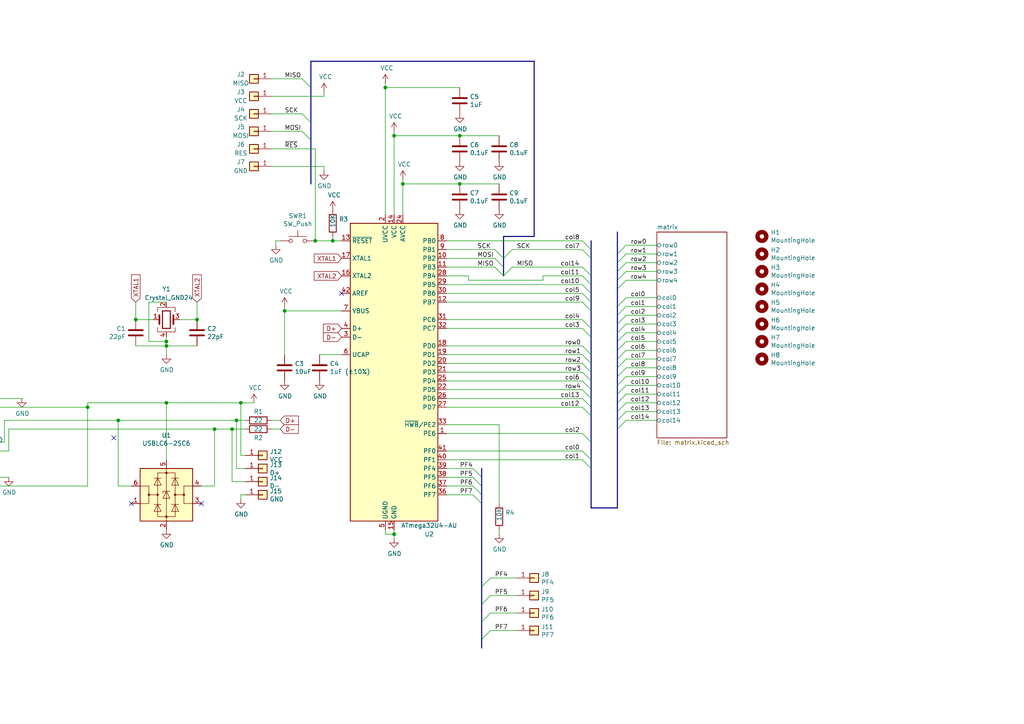
<source format=kicad_sch>
(kicad_sch (version 20211123) (generator eeschema)
  (paper "A4")
  (title_block (title "Arisu") (rev "1.0") (company "Fate"))
  (lib_symbols
    (symbol "Connector_Generic:Conn_01x01" (pin_names (offset 1.016) hide)
      (property "Reference" "J" (at 0 2.54 0))
      (property "Value" "Conn_01x01" (at 0 -2.54 0))
      (symbol "Conn_01x01_1_1"
        (rectangle (start -1.27 0.127) (end 0 -0.127) (stroke (width 0.1524)))
        (rectangle (start -1.27 1.27) (end 1.27 -1.27) (stroke (width 0.254)) (fill (type background)))
        (pin passive line (at -5.08 0 0) (length 3.81) (name "Pin_1") (number "1"))
      )
    )
    (symbol "Device:C" (pin_numbers hide) (pin_names (offset 0.254))
      (property "Reference" "C" (at 0.635 2.54 0))
      (property "Value" "C" (at 0.635 -2.54 0))
      (symbol "C_0_1"
        (polyline (pts (xy -2.032 -0.762) (xy 2.032 -0.762)) (stroke (width 0.508)))
        (polyline (pts (xy -2.032 0.762) (xy 2.032 0.762)) (stroke (width 0.508)))
      )
      (symbol "C_1_1"
        (pin passive line (at 0 3.81 270) (length 2.794) (name "~") (number "1"))
        (pin passive line (at 0 -3.81 90) (length 2.794) (name "~") (number "2"))
      )
    )
    (symbol "Device:Crystal_GND24" (pin_names (offset 1.016) hide)
      (property "Reference" "Y" (at 3.175 5.08 0))
      (property "Value" "Crystal_GND24" (at 3.175 3.175 0))
      (symbol "Crystal_GND24_0_1"
        (rectangle (start -1.143 2.54) (end 1.143 -2.54) (stroke (width 0.3048)))
        (polyline (pts (xy -2.54 0) (xy -2.032 0)))
        (polyline (pts (xy -2.032 -1.27) (xy -2.032 1.27)) (stroke (width 0.508)))
        (polyline (pts (xy 0 -3.81) (xy 0 -3.556)))
        (polyline (pts (xy 0 3.556) (xy 0 3.81)))
        (polyline (pts (xy 2.032 -1.27) (xy 2.032 1.27)) (stroke (width 0.508)))
        (polyline (pts (xy 2.032 0) (xy 2.54 0)))
        (polyline (pts (xy -2.54 -2.286) (xy -2.54 -3.556) (xy 2.54 -3.556) (xy 2.54 -2.286)))
        (polyline (pts (xy -2.54 2.286) (xy -2.54 3.556) (xy 2.54 3.556) (xy 2.54 2.286)))
      )
      (symbol "Crystal_GND24_1_1"
        (pin passive line (at -3.81 0 0) (length 1.27) (name "1") (number "1"))
        (pin passive line (at 0 5.08 270) (length 1.27) (name "2") (number "2"))
        (pin passive line (at 3.81 0 180) (length 1.27) (name "3") (number "3"))
        (pin passive line (at 0 -5.08 90) (length 1.27) (name "4") (number "4"))
      )
    )
    (symbol "Device:R" (pin_numbers hide) (pin_names (offset 0))
      (property "Reference" "R" (at 2.032 0 90))
      (property "Value" "R" (at 0 0 90))
      (symbol "R_0_1"
        (rectangle (start -1.016 -2.54) (end 1.016 2.54) (stroke (width 0.254)))
      )
      (symbol "R_1_1"
        (pin passive line (at 0 3.81 270) (length 1.27) (name "~") (number "1"))
        (pin passive line (at 0 -3.81 90) (length 1.27) (name "~") (number "2"))
      )
    )
    (symbol "MCU_Microchip_ATmega:ATmega32U4-AU"
      (property "Reference" "U" (at -12.7 44.45 0))
      (property "Value" "MCU_Microchip_ATmega_ATmega32U4-AU" (at 2.54 -44.45 0))
      (symbol "ATmega32U4-AU_0_1"
        (rectangle (start -12.7 -43.18) (end 12.7 43.18) (stroke (width 0.254)) (fill (type background)))
      )
      (symbol "ATmega32U4-AU_1_1"
        (pin bidirectional line (at 15.24 -17.78 180) (length 2.54) (name "PE6") (number "1"))
        (pin bidirectional line (at 15.24 33.02 180) (length 2.54) (name "PB2") (number "10"))
        (pin bidirectional line (at 15.24 30.48 180) (length 2.54) (name "PB3") (number "11"))
        (pin bidirectional line (at 15.24 20.32 180) (length 2.54) (name "PB7") (number "12"))
        (pin input line (at -15.24 38.1 0) (length 2.54) (name "~{RESET}") (number "13"))
        (pin power_in line (at 0 45.72 270) (length 2.54) (name "VCC") (number "14"))
        (pin power_in line (at 0 -45.72 90) (length 2.54) (name "GND") (number "15"))
        (pin output line (at -15.24 27.94 0) (length 2.54) (name "XTAL2") (number "16"))
        (pin input line (at -15.24 33.02 0) (length 2.54) (name "XTAL1") (number "17"))
        (pin bidirectional line (at 15.24 7.62 180) (length 2.54) (name "PD0") (number "18"))
        (pin bidirectional line (at 15.24 5.08 180) (length 2.54) (name "PD1") (number "19"))
        (pin power_in line (at -2.54 45.72 270) (length 2.54) (name "UVCC") (number "2"))
        (pin bidirectional line (at 15.24 2.54 180) (length 2.54) (name "PD2") (number "20"))
        (pin bidirectional line (at 15.24 0 180) (length 2.54) (name "PD3") (number "21"))
        (pin bidirectional line (at 15.24 -5.08 180) (length 2.54) (name "PD5") (number "22"))
        (pin passive line (at 0 -45.72 90) (length 2.54) hide (name "GND") (number "23"))
        (pin power_in line (at 2.54 45.72 270) (length 2.54) (name "AVCC") (number "24"))
        (pin bidirectional line (at 15.24 -2.54 180) (length 2.54) (name "PD4") (number "25"))
        (pin bidirectional line (at 15.24 -7.62 180) (length 2.54) (name "PD6") (number "26"))
        (pin bidirectional line (at 15.24 -10.16 180) (length 2.54) (name "PD7") (number "27"))
        (pin bidirectional line (at 15.24 27.94 180) (length 2.54) (name "PB4") (number "28"))
        (pin bidirectional line (at 15.24 25.4 180) (length 2.54) (name "PB5") (number "29"))
        (pin bidirectional line (at -15.24 10.16 0) (length 2.54) (name "D-") (number "3"))
        (pin bidirectional line (at 15.24 22.86 180) (length 2.54) (name "PB6") (number "30"))
        (pin bidirectional line (at 15.24 15.24 180) (length 2.54) (name "PC6") (number "31"))
        (pin bidirectional line (at 15.24 12.7 180) (length 2.54) (name "PC7") (number "32"))
        (pin bidirectional line (at 15.24 -15.24 180) (length 2.54) (name "~{HWB}/PE2") (number "33"))
        (pin passive line (at 0 45.72 270) (length 2.54) hide (name "VCC") (number "34"))
        (pin passive line (at 0 -45.72 90) (length 2.54) hide (name "GND") (number "35"))
        (pin bidirectional line (at 15.24 -35.56 180) (length 2.54) (name "PF7") (number "36"))
        (pin bidirectional line (at 15.24 -33.02 180) (length 2.54) (name "PF6") (number "37"))
        (pin bidirectional line (at 15.24 -30.48 180) (length 2.54) (name "PF5") (number "38"))
        (pin bidirectional line (at 15.24 -27.94 180) (length 2.54) (name "PF4") (number "39"))
        (pin bidirectional line (at -15.24 12.7 0) (length 2.54) (name "D+") (number "4"))
        (pin bidirectional line (at 15.24 -25.4 180) (length 2.54) (name "PF1") (number "40"))
        (pin bidirectional line (at 15.24 -22.86 180) (length 2.54) (name "PF0") (number "41"))
        (pin passive line (at -15.24 22.86 0) (length 2.54) (name "AREF") (number "42"))
        (pin passive line (at 0 -45.72 90) (length 2.54) hide (name "GND") (number "43"))
        (pin passive line (at 2.54 45.72 270) (length 2.54) hide (name "AVCC") (number "44"))
        (pin passive line (at -2.54 -45.72 90) (length 2.54) (name "UGND") (number "5"))
        (pin passive line (at -15.24 5.08 0) (length 2.54) (name "UCAP") (number "6"))
        (pin input line (at -15.24 17.78 0) (length 2.54) (name "VBUS") (number "7"))
        (pin bidirectional line (at 15.24 38.1 180) (length 2.54) (name "PB0") (number "8"))
        (pin bidirectional line (at 15.24 35.56 180) (length 2.54) (name "PB1") (number "9"))
      )
    )
    (symbol "Mechanical:MountingHole" (pin_names (offset 1.016))
      (property "Reference" "H" (at 0 5.08 0))
      (property "Value" "MountingHole" (at 0 3.175 0))
      (symbol "MountingHole_0_1"
        (circle (center 0 0) (radius 1.27) (stroke (width 1.27)))
      )
    )
    (symbol "Power_Protection:USBLC6-2SC6" (pin_names hide)
      (property "Reference" "U" (at 2.54 8.89 0))
      (property "Value" "USBLC6-2SC6" (at 2.54 -8.89 0))
      (symbol "USBLC6-2SC6_0_1"
        (rectangle (start -7.62 -7.62) (end 7.62 7.62) (stroke (width 0.254)) (fill (type background)))
        (circle (center -5.08 0) (radius 0.254) (fill (type outline)))
        (circle (center -2.54 0) (radius 0.254) (fill (type outline)))
        (rectangle (start -2.54 6.35) (end 2.54 -6.35))
        (circle (center 0 -6.35) (radius 0.254) (fill (type outline)))
        (polyline (pts (xy -5.08 -2.54) (xy -7.62 -2.54)))
        (polyline (pts (xy -5.08 0) (xy -5.08 -2.54)))
        (polyline (pts (xy -5.08 2.54) (xy -7.62 2.54)))
        (polyline (pts (xy -1.524 -2.794) (xy -3.556 -2.794)))
        (polyline (pts (xy -1.524 4.826) (xy -3.556 4.826)))
        (polyline (pts (xy 0 -7.62) (xy 0 -6.35)))
        (polyline (pts (xy 0 -6.35) (xy 0 1.27)))
        (polyline (pts (xy 0 1.27) (xy 0 6.35)))
        (polyline (pts (xy 0 6.35) (xy 0 7.62)))
        (polyline (pts (xy 1.524 -2.794) (xy 3.556 -2.794)))
        (polyline (pts (xy 1.524 4.826) (xy 3.556 4.826)))
        (polyline (pts (xy 5.08 -2.54) (xy 7.62 -2.54)))
        (polyline (pts (xy 5.08 0) (xy 5.08 -2.54)))
        (polyline (pts (xy 5.08 2.54) (xy 7.62 2.54)))
        (polyline (pts (xy -2.54 0) (xy -5.08 0) (xy -5.08 2.54)))
        (polyline (pts (xy 2.54 0) (xy 5.08 0) (xy 5.08 2.54)))
        (polyline (pts (xy -3.556 -4.826) (xy -1.524 -4.826) (xy -2.54 -2.794) (xy -3.556 -4.826)))
        (polyline (pts (xy -3.556 2.794) (xy -1.524 2.794) (xy -2.54 4.826) (xy -3.556 2.794)))
        (polyline (pts (xy -1.016 -1.016) (xy 1.016 -1.016) (xy 0 1.016) (xy -1.016 -1.016)))
        (polyline (pts (xy 1.016 1.016) (xy 0.762 1.016) (xy -1.016 1.016) (xy -1.016 0.508)))
        (polyline (pts (xy 3.556 -4.826) (xy 1.524 -4.826) (xy 2.54 -2.794) (xy 3.556 -4.826)))
        (polyline (pts (xy 3.556 2.794) (xy 1.524 2.794) (xy 2.54 4.826) (xy 3.556 2.794)))
        (circle (center 0 6.35) (radius 0.254) (fill (type outline)))
        (circle (center 2.54 0) (radius 0.254) (fill (type outline)))
        (circle (center 5.08 0) (radius 0.254) (fill (type outline)))
      )
      (symbol "USBLC6-2SC6_1_1"
        (pin passive line (at -10.16 -2.54 0) (length 2.54) (name "I/O1") (number "1"))
        (pin passive line (at 0 -10.16 90) (length 2.54) (name "GND") (number "2"))
        (pin passive line (at 10.16 -2.54 180) (length 2.54) (name "I/O2") (number "3"))
        (pin passive line (at 10.16 2.54 180) (length 2.54) (name "I/O2") (number "4"))
        (pin passive line (at 0 10.16 270) (length 2.54) (name "VBUS") (number "5"))
        (pin passive line (at -10.16 2.54 0) (length 2.54) (name "I/O1") (number "6"))
      )
    )
    (symbol "Switch:SW_Push" (pin_numbers hide) (pin_names (offset 1.016) hide)
      (property "Reference" "SW" (at 1.27 2.54 0))
      (property "Value" "SW_Push" (at 0 -1.524 0))
      (symbol "SW_Push_0_1"
        (circle (center -2.032 0) (radius 0.508))
        (polyline (pts (xy 0 1.27) (xy 0 3.048)))
        (polyline (pts (xy 2.54 1.27) (xy -2.54 1.27)))
        (circle (center 2.032 0) (radius 0.508))
        (pin passive line (at -5.08 0 0) (length 2.54) (name "1") (number "1"))
        (pin passive line (at 5.08 0 180) (length 2.54) (name "2") (number "2"))
      )
    )
    (symbol "Type-C:HRO-TYPE-C-31-M-12" (pin_names (offset 1.016))
      (property "Reference" "USB" (at -5.08 16.51 0))
      (property "Value" "HRO-TYPE-C-31-M-12" (at -10.16 -1.27 90))
      (symbol "HRO-TYPE-C-31-M-12_0_1"
        (rectangle (start -11.43 15.24) (end -8.89 -17.78) (fill (type background)))
        (rectangle (start 0 -17.78) (end -8.89 15.24) (fill (type background)))
      )
      (symbol "HRO-TYPE-C-31-M-12_1_1"
        (pin input line (at 2.54 13.97 180) (length 2.54) (name "GND") (number "1"))
        (pin input line (at 2.54 -8.89 180) (length 2.54) (name "CC2") (number "10"))
        (pin input line (at 2.54 -11.43 180) (length 2.54) (name "VBUS") (number "11"))
        (pin input line (at 2.54 -13.97 180) (length 2.54) (name "GND") (number "12"))
        (pin input line (at 2.54 -16.51 180) (length 2.54) (name "SHIELD") (number "13"))
        (pin input line (at 2.54 11.43 180) (length 2.54) (name "VBUS") (number "2"))
        (pin input line (at 2.54 8.89 180) (length 2.54) (name "SBU2") (number "3"))
        (pin input line (at 2.54 6.35 180) (length 2.54) (name "CC1") (number "4"))
        (pin input line (at 2.54 3.81 180) (length 2.54) (name "DN2") (number "5"))
        (pin input line (at 2.54 1.27 180) (length 2.54) (name "DP1") (number "6"))
        (pin input line (at 2.54 -1.27 180) (length 2.54) (name "DN1") (number "7"))
        (pin input line (at 2.54 -3.81 180) (length 2.54) (name "DP2") (number "8"))
        (pin input line (at 2.54 -6.35 180) (length 2.54) (name "SBU1") (number "9"))
      )
    )
    (symbol "power:GND" (power) (pin_names (offset 0))
      (property "Value" "GND" (at 0 -3.81 0))
      (symbol "GND_0_1"
        (polyline (pts (xy 0 0) (xy 0 -1.27) (xy 1.27 -1.27) (xy 0 -2.54) (xy -1.27 -1.27) (xy 0 -1.27)))
      )
      (symbol "GND_1_1"
        (pin power_in line (at 0 0 270) (length 0) hide (name "GND") (number "1"))
      )
    )
    (symbol "power:VCC" (power) (pin_names (offset 0))
      (property "Value" "VCC" (at 0 3.81 0))
      (symbol "VCC_0_1"
        (polyline (pts (xy -0.762 1.27) (xy 0 2.54)))
        (polyline (pts (xy 0 0) (xy 0 2.54)))
        (polyline (pts (xy 0 2.54) (xy 0.762 1.27)))
      )
      (symbol "VCC_1_1"
        (pin power_in line (at 0 0 90) (length 0) hide (name "VCC") (number "1"))
      )
    )
  )
  (junction (at 48.26 100.33))
  (junction (at -3.81 148.59))
  (junction (at 48.26 99.06))
  (junction (at 96.52 69.85))
  (junction (at 57.15 92.71))
  (junction (at 48.26 116.84))
  (junction (at -1.27 128.27))
  (junction (at -6.35 130.81))
  (junction (at 133.35 53.34))
  (junction (at 91.44 69.85))
  (junction (at 62.23 124.46))
  (junction (at 68.58 121.92))
  (junction (at 133.35 39.37))
  (junction (at 82.55 90.17))
  (junction (at 111.76 25.4))
  (junction (at 67.31 124.46))
  (junction (at 69.85 116.84))
  (junction (at 114.3 39.37))
  (junction (at 34.29 121.92))
  (junction (at 39.37 92.71))
  (junction (at 116.84 53.34))
  (junction (at 114.3 154.94))
  (junction (at 25.4 118.11))
  (no_connect (at 58.42 146.05))
  (no_connect (at 33.02 127))
  (no_connect (at 99.06 85.09))
  (no_connect (at 38.1 146.05))
  (bus_entry (at 168.91 105.41) (size 2.54 2.54))
  (bus_entry (at 168.91 72.39) (size 2.54 2.54))
  (bus_entry (at 168.91 118.11) (size 2.54 2.54))
  (bus_entry (at 168.91 102.87) (size 2.54 2.54))
  (bus_entry (at 179.07 124.46) (size 2.54 -2.54))
  (bus_entry (at 168.91 69.85) (size 2.54 2.54))
  (bus_entry (at 168.91 85.09) (size 2.54 2.54))
  (bus_entry (at 137.16 140.97) (size 2.54 2.54))
  (bus_entry (at 139.7 180.34) (size 2.54 -2.54))
  (bus_entry (at 179.07 101.6) (size 2.54 -2.54))
  (bus_entry (at 168.91 100.33) (size 2.54 2.54))
  (bus_entry (at 143.51 74.93) (size 2.54 2.54))
  (bus_entry (at 179.07 81.28) (size 2.54 -2.54))
  (bus_entry (at 168.91 80.01) (size 2.54 2.54))
  (bus_entry (at 168.91 125.73) (size 2.54 2.54))
  (bus_entry (at 139.7 175.26) (size 2.54 -2.54))
  (bus_entry (at 179.07 78.74) (size 2.54 -2.54))
  (bus_entry (at 179.07 119.38) (size 2.54 -2.54))
  (bus_entry (at 139.7 185.42) (size 2.54 -2.54))
  (bus_entry (at 168.91 77.47) (size 2.54 2.54))
  (bus_entry (at 168.91 87.63) (size 2.54 2.54))
  (bus_entry (at 146.05 80.01) (size 2.54 -2.54))
  (bus_entry (at 87.63 38.1) (size 2.54 2.54))
  (bus_entry (at 87.63 22.86) (size 2.54 2.54))
  (bus_entry (at 168.91 110.49) (size 2.54 2.54))
  (bus_entry (at 139.7 170.18) (size 2.54 -2.54))
  (bus_entry (at 179.07 111.76) (size 2.54 -2.54))
  (bus_entry (at 179.07 104.14) (size 2.54 -2.54))
  (bus_entry (at 179.07 96.52) (size 2.54 -2.54))
  (bus_entry (at 179.07 88.9) (size 2.54 -2.54))
  (bus_entry (at 179.07 116.84) (size 2.54 -2.54))
  (bus_entry (at 179.07 99.06) (size 2.54 -2.54))
  (bus_entry (at 143.51 77.47) (size 2.54 2.54))
  (bus_entry (at 179.07 76.2) (size 2.54 -2.54))
  (bus_entry (at 137.16 138.43) (size 2.54 2.54))
  (bus_entry (at 179.07 91.44) (size 2.54 -2.54))
  (bus_entry (at 179.07 83.82) (size 2.54 -2.54))
  (bus_entry (at 146.05 74.93) (size 2.54 -2.54))
  (bus_entry (at 168.91 130.81) (size 2.54 2.54))
  (bus_entry (at 168.91 95.25) (size 2.54 2.54))
  (bus_entry (at 168.91 92.71) (size 2.54 2.54))
  (bus_entry (at 137.16 135.89) (size 2.54 2.54))
  (bus_entry (at 179.07 93.98) (size 2.54 -2.54))
  (bus_entry (at 168.91 133.35) (size 2.54 2.54))
  (bus_entry (at 143.51 72.39) (size 2.54 2.54))
  (bus_entry (at 168.91 115.57) (size 2.54 2.54))
  (bus_entry (at 168.91 107.95) (size 2.54 2.54))
  (bus_entry (at 168.91 82.55) (size 2.54 2.54))
  (bus_entry (at 179.07 73.66) (size 2.54 -2.54))
  (bus_entry (at 168.91 113.03) (size 2.54 2.54))
  (bus_entry (at 179.07 121.92) (size 2.54 -2.54))
  (bus_entry (at 179.07 106.68) (size 2.54 -2.54))
  (bus_entry (at 87.63 33.02) (size 2.54 2.54))
  (bus_entry (at 137.16 143.51) (size 2.54 2.54))
  (bus_entry (at 179.07 114.3) (size 2.54 -2.54))
  (bus_entry (at 179.07 109.22) (size 2.54 -2.54))
  (bus (pts (xy 179.07 78.74) (xy 179.07 81.28)))
  (wire (pts (xy 48.26 102.87) (xy 48.26 100.33)))
  (wire (pts (xy 129.54 118.11) (xy 168.91 118.11)))
  (wire (pts (xy 181.61 91.44) (xy 190.5 91.44)))
  (wire (pts (xy 68.58 135.89) (xy 68.58 121.92)))
  (wire (pts (xy 129.54 140.97) (xy 137.16 140.97)))
  (bus (pts (xy 139.7 170.18) (xy 139.7 175.26)))
  (wire (pts (xy 1.27 121.92) (xy 34.29 121.92)))
  (wire (pts (xy 129.54 87.63) (xy 168.91 87.63)))
  (wire (pts (xy 148.59 77.47) (xy 168.91 77.47)))
  (bus (pts (xy 171.45 69.85) (xy 171.45 72.39)))
  (wire (pts (xy 181.61 88.9) (xy 190.5 88.9)))
  (wire (pts (xy 181.61 81.28) (xy 190.5 81.28)))
  (bus (pts (xy 139.7 180.34) (xy 139.7 185.42)))
  (wire (pts (xy 129.54 130.81) (xy 168.91 130.81)))
  (wire (pts (xy 25.4 140.97) (xy 25.4 118.11)))
  (wire (pts (xy 48.26 99.06) (xy 48.26 97.79)))
  (wire (pts (xy 116.84 53.34) (xy 116.84 62.23)))
  (wire (pts (xy 78.74 43.18) (xy 91.44 43.18)))
  (wire (pts (xy 181.61 96.52) (xy 190.5 96.52)))
  (bus (pts (xy 171.45 115.57) (xy 171.45 118.11)))
  (bus (pts (xy 171.45 87.63) (xy 171.45 90.17)))
  (wire (pts (xy 71.12 135.89) (xy 68.58 135.89)))
  (wire (pts (xy 80.01 69.85) (xy 80.01 71.12)))
  (wire (pts (xy 48.26 87.63) (xy 43.18 87.63)))
  (wire (pts (xy 181.61 104.14) (xy 190.5 104.14)))
  (wire (pts (xy 71.12 132.08) (xy 69.85 132.08)))
  (bus (pts (xy 90.17 17.78) (xy 90.17 25.4)))
  (wire (pts (xy 129.54 85.09) (xy 168.91 85.09)))
  (wire (pts (xy 142.24 177.8) (xy 149.86 177.8)))
  (wire (pts (xy 25.4 118.11) (xy -8.89 118.11)))
  (bus (pts (xy 171.45 102.87) (xy 171.45 105.41)))
  (wire (pts (xy 69.85 143.51) (xy 69.85 144.78)))
  (wire (pts (xy 39.37 92.71) (xy 44.45 92.71)))
  (wire (pts (xy 114.3 39.37) (xy 114.3 62.23)))
  (wire (pts (xy 91.44 69.85) (xy 96.52 69.85)))
  (bus (pts (xy 179.07 106.68) (xy 179.07 109.22)))
  (bus (pts (xy 179.07 119.38) (xy 179.07 121.92)))
  (wire (pts (xy -6.35 130.81) (xy 2.54 130.81)))
  (wire (pts (xy -8.89 125.73) (xy -6.35 125.73)))
  (bus (pts (xy 179.07 101.6) (xy 179.07 104.14)))
  (wire (pts (xy 82.55 90.17) (xy 82.55 102.87)))
  (wire (pts (xy -1.27 138.43) (xy 2.54 138.43)))
  (wire (pts (xy 96.52 68.58) (xy 96.52 69.85)))
  (wire (pts (xy 144.78 123.19) (xy 144.78 146.05)))
  (bus (pts (xy 146.05 74.93) (xy 146.05 77.47)))
  (wire (pts (xy 129.54 102.87) (xy 168.91 102.87)))
  (bus (pts (xy 171.45 72.39) (xy 171.45 74.93)))
  (wire (pts (xy -8.89 146.05) (xy -6.35 146.05)))
  (bus (pts (xy 171.45 110.49) (xy 171.45 113.03)))
  (wire (pts (xy 142.24 172.72) (xy 149.86 172.72)))
  (bus (pts (xy 171.45 80.01) (xy 171.45 82.55)))
  (wire (pts (xy 181.61 101.6) (xy 190.5 101.6)))
  (wire (pts (xy 111.76 24.13) (xy 111.76 25.4)))
  (bus (pts (xy 171.45 105.41) (xy 171.45 107.95)))
  (wire (pts (xy 39.37 100.33) (xy 48.26 100.33)))
  (wire (pts (xy 181.61 76.2) (xy 190.5 76.2)))
  (wire (pts (xy 34.29 140.97) (xy 34.29 121.92)))
  (wire (pts (xy -8.89 130.81) (xy -6.35 130.81)))
  (wire (pts (xy 78.74 124.46) (xy 81.28 124.46)))
  (wire (pts (xy -6.35 125.73) (xy -6.35 130.81)))
  (wire (pts (xy 93.98 27.94) (xy 93.98 26.67)))
  (wire (pts (xy 78.74 33.02) (xy 87.63 33.02)))
  (wire (pts (xy 111.76 25.4) (xy 111.76 62.23)))
  (wire (pts (xy 99.06 90.17) (xy 82.55 90.17)))
  (bus (pts (xy 179.07 96.52) (xy 179.07 99.06)))
  (wire (pts (xy 133.35 39.37) (xy 144.78 39.37)))
  (wire (pts (xy 78.74 22.86) (xy 87.63 22.86)))
  (wire (pts (xy 2.54 124.46) (xy 62.23 124.46)))
  (wire (pts (xy 190.5 71.12) (xy 181.61 71.12)))
  (bus (pts (xy 179.07 121.92) (xy 179.07 124.46)))
  (bus (pts (xy 146.05 68.58) (xy 146.05 74.93)))
  (wire (pts (xy 78.74 48.26) (xy 93.98 48.26)))
  (wire (pts (xy 129.54 125.73) (xy 168.91 125.73)))
  (wire (pts (xy 129.54 92.71) (xy 168.91 92.71)))
  (wire (pts (xy 57.15 100.33) (xy 48.26 100.33)))
  (bus (pts (xy 179.07 109.22) (xy 179.07 111.76)))
  (wire (pts (xy 67.31 124.46) (xy 71.12 124.46)))
  (wire (pts (xy 62.23 124.46) (xy 67.31 124.46)))
  (bus (pts (xy 139.7 135.89) (xy 139.7 138.43)))
  (wire (pts (xy 181.61 119.38) (xy 190.5 119.38)))
  (wire (pts (xy 2.54 130.81) (xy 2.54 124.46)))
  (wire (pts (xy 114.3 154.94) (xy 114.3 156.21)))
  (bus (pts (xy 179.07 91.44) (xy 179.07 93.98)))
  (bus (pts (xy 171.45 97.79) (xy 171.45 102.87)))
  (wire (pts (xy 129.54 135.89) (xy 137.16 135.89)))
  (wire (pts (xy 78.74 121.92) (xy 81.28 121.92)))
  (wire (pts (xy 133.35 53.34) (xy 144.78 53.34)))
  (bus (pts (xy 179.07 73.66) (xy 179.07 76.2)))
  (wire (pts (xy 129.54 143.51) (xy 137.16 143.51)))
  (bus (pts (xy 179.07 124.46) (xy 179.07 147.32)))
  (wire (pts (xy -3.81 148.59) (xy -3.81 149.86)))
  (bus (pts (xy 171.45 128.27) (xy 171.45 133.35)))
  (bus (pts (xy 139.7 138.43) (xy 139.7 140.97)))
  (wire (pts (xy 129.54 69.85) (xy 168.91 69.85)))
  (wire (pts (xy 129.54 107.95) (xy 168.91 107.95)))
  (wire (pts (xy 81.28 69.85) (xy 80.01 69.85)))
  (wire (pts (xy -1.27 128.27) (xy -8.89 128.27)))
  (wire (pts (xy 116.84 53.34) (xy 133.35 53.34)))
  (bus (pts (xy 179.07 76.2) (xy 179.07 78.74)))
  (wire (pts (xy -6.35 146.05) (xy -6.35 148.59)))
  (bus (pts (xy 171.45 135.89) (xy 171.45 147.32)))
  (bus (pts (xy 171.45 107.95) (xy 171.45 110.49)))
  (bus (pts (xy 146.05 77.47) (xy 146.05 80.01)))
  (wire (pts (xy 68.58 121.92) (xy 71.12 121.92)))
  (wire (pts (xy 34.29 121.92) (xy 68.58 121.92)))
  (wire (pts (xy 52.07 92.71) (xy 57.15 92.71)))
  (wire (pts (xy 57.15 92.71) (xy 57.15 87.63)))
  (wire (pts (xy 135.89 80.01) (xy 135.89 81.28)))
  (wire (pts (xy -6.35 148.59) (xy -3.81 148.59)))
  (wire (pts (xy 129.54 82.55) (xy 168.91 82.55)))
  (wire (pts (xy 133.35 25.4) (xy 111.76 25.4)))
  (wire (pts (xy -8.89 140.97) (xy 25.4 140.97)))
  (wire (pts (xy 116.84 52.07) (xy 116.84 53.34)))
  (bus (pts (xy 139.7 140.97) (xy 139.7 143.51)))
  (bus (pts (xy 171.45 85.09) (xy 171.45 87.63)))
  (bus (pts (xy 146.05 68.58) (xy 154.94 68.58)))
  (wire (pts (xy 73.66 116.84) (xy 69.85 116.84)))
  (wire (pts (xy 190.5 73.66) (xy 181.61 73.66)))
  (bus (pts (xy 154.94 17.78) (xy 154.94 68.58)))
  (wire (pts (xy 142.24 182.88) (xy 149.86 182.88)))
  (wire (pts (xy 111.76 153.67) (xy 111.76 154.94)))
  (bus (pts (xy 139.7 143.51) (xy 139.7 146.05)))
  (wire (pts (xy 181.61 116.84) (xy 190.5 116.84)))
  (bus (pts (xy 179.07 88.9) (xy 179.07 91.44)))
  (wire (pts (xy 48.26 100.33) (xy 48.26 99.06)))
  (wire (pts (xy -8.89 143.51) (xy -3.81 143.51)))
  (bus (pts (xy 139.7 185.42) (xy 139.7 187.96)))
  (wire (pts (xy 78.74 27.94) (xy 93.98 27.94)))
  (bus (pts (xy 171.45 118.11) (xy 171.45 120.65)))
  (bus (pts (xy 90.17 40.64) (xy 90.17 53.34)))
  (wire (pts (xy 67.31 139.7) (xy 67.31 124.46)))
  (bus (pts (xy 179.07 83.82) (xy 179.07 88.9)))
  (bus (pts (xy 171.45 133.35) (xy 171.45 135.89)))
  (wire (pts (xy 91.44 43.18) (xy 91.44 69.85)))
  (wire (pts (xy 69.85 132.08) (xy 69.85 116.84)))
  (wire (pts (xy 71.12 143.51) (xy 69.85 143.51)))
  (wire (pts (xy 43.18 87.63) (xy 43.18 99.06)))
  (wire (pts (xy -3.81 143.51) (xy -3.81 148.59)))
  (wire (pts (xy 181.61 106.68) (xy 190.5 106.68)))
  (wire (pts (xy 181.61 93.98) (xy 190.5 93.98)))
  (wire (pts (xy 96.52 69.85) (xy 99.06 69.85)))
  (wire (pts (xy -1.27 128.27) (xy 1.27 128.27)))
  (wire (pts (xy 129.54 105.41) (xy 168.91 105.41)))
  (wire (pts (xy 1.27 128.27) (xy 1.27 121.92)))
  (wire (pts (xy 129.54 80.01) (xy 135.89 80.01)))
  (wire (pts (xy 111.76 154.94) (xy 114.3 154.94)))
  (wire (pts (xy 129.54 115.57) (xy 168.91 115.57)))
  (bus (pts (xy 171.45 120.65) (xy 171.45 128.27)))
  (bus (pts (xy 179.07 67.31) (xy 179.07 73.66)))
  (bus (pts (xy 90.17 35.56) (xy 90.17 40.64)))
  (wire (pts (xy -8.89 115.57) (xy 6.35 115.57)))
  (bus (pts (xy 139.7 175.26) (xy 139.7 180.34)))
  (wire (pts (xy 148.59 72.39) (xy 168.91 72.39)))
  (wire (pts (xy 129.54 123.19) (xy 144.78 123.19)))
  (bus (pts (xy 171.45 95.25) (xy 171.45 97.79)))
  (wire (pts (xy 93.98 48.26) (xy 93.98 49.53)))
  (wire (pts (xy 181.61 109.22) (xy 190.5 109.22)))
  (wire (pts (xy 181.61 99.06) (xy 190.5 99.06)))
  (wire (pts (xy 62.23 140.97) (xy 62.23 124.46)))
  (wire (pts (xy 82.55 90.17) (xy 82.55 88.9)))
  (wire (pts (xy 129.54 110.49) (xy 168.91 110.49)))
  (wire (pts (xy 58.42 140.97) (xy 62.23 140.97)))
  (bus (pts (xy 179.07 116.84) (xy 179.07 119.38)))
  (wire (pts (xy 181.61 78.74) (xy 190.5 78.74)))
  (wire (pts (xy 181.61 114.3) (xy 190.5 114.3)))
  (wire (pts (xy 25.4 116.84) (xy 48.26 116.84)))
  (wire (pts (xy 129.54 100.33) (xy 168.91 100.33)))
  (wire (pts (xy 181.61 121.92) (xy 190.5 121.92)))
  (wire (pts (xy 39.37 92.71) (xy 39.37 87.63)))
  (wire (pts (xy -1.27 133.35) (xy -1.27 128.27)))
  (bus (pts (xy 139.7 146.05) (xy 139.7 170.18)))
  (wire (pts (xy 129.54 77.47) (xy 143.51 77.47)))
  (wire (pts (xy 181.61 86.36) (xy 190.5 86.36)))
  (wire (pts (xy 168.91 80.01) (xy 157.48 80.01)))
  (bus (pts (xy 179.07 81.28) (xy 179.07 83.82)))
  (bus (pts (xy 179.07 104.14) (xy 179.07 106.68)))
  (wire (pts (xy 142.24 167.64) (xy 149.86 167.64)))
  (bus (pts (xy 171.45 82.55) (xy 171.45 85.09)))
  (wire (pts (xy 129.54 95.25) (xy 168.91 95.25)))
  (bus (pts (xy 179.07 111.76) (xy 179.07 114.3)))
  (wire (pts (xy 34.29 140.97) (xy 38.1 140.97)))
  (bus (pts (xy 90.17 17.78) (xy 154.94 17.78)))
  (wire (pts (xy 114.3 153.67) (xy 114.3 154.94)))
  (wire (pts (xy 114.3 38.1) (xy 114.3 39.37)))
  (wire (pts (xy 114.3 39.37) (xy 133.35 39.37)))
  (wire (pts (xy 135.89 81.28) (xy 157.48 81.28)))
  (bus (pts (xy 171.45 74.93) (xy 171.45 80.01)))
  (wire (pts (xy -8.89 133.35) (xy -1.27 133.35)))
  (wire (pts (xy 92.71 102.87) (xy 99.06 102.87)))
  (wire (pts (xy 48.26 133.35) (xy 48.26 116.84)))
  (bus (pts (xy 179.07 99.06) (xy 179.07 101.6)))
  (wire (pts (xy 143.51 72.39) (xy 129.54 72.39)))
  (wire (pts (xy 71.12 139.7) (xy 67.31 139.7)))
  (wire (pts (xy 78.74 38.1) (xy 87.63 38.1)))
  (wire (pts (xy 129.54 133.35) (xy 168.91 133.35)))
  (bus (pts (xy 90.17 25.4) (xy 90.17 35.56)))
  (bus (pts (xy 179.07 93.98) (xy 179.07 96.52)))
  (wire (pts (xy 43.18 99.06) (xy 48.26 99.06)))
  (bus (pts (xy 171.45 90.17) (xy 171.45 95.25)))
  (bus (pts (xy 179.07 114.3) (xy 179.07 116.84)))
  (wire (pts (xy 129.54 138.43) (xy 137.16 138.43)))
  (bus (pts (xy 171.45 147.32) (xy 179.07 147.32)))
  (wire (pts (xy 129.54 74.93) (xy 143.51 74.93)))
  (wire (pts (xy 129.54 113.03) (xy 168.91 113.03)))
  (wire (pts (xy 25.4 118.11) (xy 25.4 116.84)))
  (wire (pts (xy 144.78 154.94) (xy 144.78 153.67)))
  (wire (pts (xy 157.48 80.01) (xy 157.48 81.28)))
  (wire (pts (xy 181.61 111.76) (xy 190.5 111.76)))
  (bus (pts (xy 171.45 113.03) (xy 171.45 115.57)))
  (wire (pts (xy 48.26 116.84) (xy 69.85 116.84)))
  (label "PF7" (at 143.51 182.88 0))
  (label "col11" (at 162.56 80.01 0))
  (label "PF4" (at 143.51 167.64 0))
  (label "col10" (at 162.56 82.55 0))
  (label "col13" (at 182.88 119.38 0))
  (label "col12" (at 182.88 116.84 0))
  (label "PF5" (at 143.51 172.72 0))
  (label "row2" (at 163.83 105.41 0))
  (label "col7" (at 182.88 104.14 0))
  (label "MISO" (at 138.43 77.47 0))
  (label "col13" (at 162.56 115.57 0))
  (label "col5" (at 163.83 85.09 0))
  (label "col0" (at 182.88 86.36 0))
  (label "col7" (at 163.83 72.39 0))
  (label "MOSI" (at 138.43 74.93 0))
  (label "MISO" (at 82.55 22.86 0))
  (label "row1" (at 182.88 73.66 0))
  (label "col11" (at 182.88 114.3 0))
  (label "col4" (at 182.88 96.52 0))
  (label "row4" (at 182.88 81.28 0))
  (label "PF6" (at 133.35 140.97 0))
  (label "PF7" (at 133.35 143.51 0))
  (label "row0" (at 163.83 100.33 0))
  (label "row0" (at 182.88 71.12 0))
  (label "col10" (at 182.88 111.76 0))
  (label "col8" (at 163.83 69.85 0))
  (label "row2" (at 182.88 76.2 0))
  (label "col2" (at 163.83 125.73 0))
  (label "col0" (at 163.83 130.81 0))
  (label "MOSI" (at 82.55 38.1 0))
  (label "row3" (at 182.88 78.74 0))
  (label "PF4" (at 133.35 135.89 0))
  (label "col2" (at 182.88 91.44 0))
  (label "row1" (at 163.83 102.87 0))
  (label "col3" (at 163.83 95.25 0))
  (label "col14" (at 182.88 121.92 0))
  (label "PF6" (at 143.51 177.8 0))
  (label "col5" (at 182.88 99.06 0))
  (label "col1" (at 182.88 88.9 0))
  (label "~{RES}" (at 82.55 43.18 0))
  (label "col6" (at 163.83 110.49 0))
  (label "SCK" (at 82.55 33.02 0))
  (label "col14" (at 162.56 77.47 0))
  (label "col8" (at 182.88 106.68 0))
  (label "MISO" (at 149.86 77.47 0))
  (label "col3" (at 182.88 93.98 0))
  (label "row4" (at 163.83 113.03 0))
  (label "col12" (at 162.56 118.11 0))
  (label "col6" (at 182.88 101.6 0))
  (label "col1" (at 163.83 133.35 0))
  (label "col9" (at 163.83 87.63 0))
  (label "SCK" (at 138.43 72.39 0))
  (label "PF5" (at 133.35 138.43 0))
  (label "col9" (at 182.88 109.22 0))
  (label "col4" (at 163.83 92.71 0))
  (label "SCK" (at 149.86 72.39 0))
  (label "row3" (at 163.83 107.95 0))
  (global_label "XTAL2" (shape input) (at 99.06 80.01 180) (property "Intersheet References" "${INTERSHEET_REFS}" (effects hide)))
  (global_label "D+" (shape input) (at 99.06 95.25 180) (property "Intersheet References" "${INTERSHEET_REFS}" (effects hide)))
  (global_label "XTAL1" (shape input) (at 99.06 74.93 180) (property "Intersheet References" "${INTERSHEET_REFS}" (effects hide)))
  (global_label "XTAL1" (shape input) (at 39.37 87.63 90) (property "Intersheet References" "${INTERSHEET_REFS}" (effects hide)))
  (global_label "D+" (shape input) (at 81.28 121.92 0) (property "Intersheet References" "${INTERSHEET_REFS}" (effects hide)))
  (global_label "XTAL2" (shape input) (at 57.15 87.63 90) (property "Intersheet References" "${INTERSHEET_REFS}" (effects hide)))
  (global_label "D-" (shape input) (at 99.06 97.79 180) (property "Intersheet References" "${INTERSHEET_REFS}" (effects hide)))
  (global_label "D-" (shape input) (at 81.28 124.46 0) (property "Intersheet References" "${INTERSHEET_REFS}" (effects hide)))
  (symbol (lib_id "MCU_Microchip_ATmega:ATmega32U4-AU") (at 114.3 107.95 0) (unit 1)
    (property "Reference" "U2" (at 124.46 154.94 0))
    (property "Value" "ATmega32U4-AU" (at 124.46 152.4 0))
    (property "Footprint" "Housings_QFP:TQFP-44_10x10mm_Pitch0.8mm" (effects hide))
    (property "Datasheet" "http://ww1.microchip.com/downloads/en/DeviceDoc/Atmel-7766-8-bit-AVR-ATmega16U4-32U4_Datasheet.pdf" (effects hide))
  )
  (symbol (lib_id "Power_Protection:USBLC6-2SC6") (at 48.26 143.51 0) (unit 1)
    (property "Reference" "U1" (at 48.26 126.2888 0))
    (property "Value" "USBLC6-2SC6" (at 48.26 128.6002 0))
    (property "Footprint" "TO_SOT_Packages_SMD:SOT-23-6_Handsoldering" (effects hide))
    (property "Datasheet" "http://www2.st.com/resource/en/datasheet/CD00050750.pdf" (effects hide))
  )
  (symbol (lib_id "Device:R") (at 74.93 121.92 270) (unit 1)
    (property "Reference" "R1" (at 74.93 119.38 90))
    (property "Value" "22" (at 74.93 121.92 90))
    (property "Footprint" "Resistors_SMD:R_0805_HandSoldering" (effects hide))
  )
  (symbol (lib_id "Device:R") (at 74.93 124.46 270) (unit 1)
    (property "Reference" "R2" (at 74.93 127 90))
    (property "Value" "22" (at 74.93 124.46 90))
    (property "Footprint" "Resistors_SMD:R_0805_HandSoldering" (effects hide))
  )
  (symbol (lib_id "power:VCC") (at 73.66 116.84 0) (unit 1)
    (property "Reference" "#PWR0101" (effects hide))
    (property "Value" "VCC" (at 74.0918 112.4458 0))
  )
  (symbol (lib_id "power:GND") (at -3.81 149.86 0) (unit 1)
    (property "Reference" "#PWR0102" (effects hide))
    (property "Value" "GND" (at -3.683 154.2542 0))
  )
  (symbol (lib_id "power:GND") (at 48.26 153.67 0) (unit 1)
    (property "Reference" "#PWR0103" (effects hide))
    (property "Value" "GND" (at 48.387 158.0642 0))
  )
  (symbol (lib_id "Device:C") (at 92.71 106.68 0) (unit 1)
    (property "Reference" "C4" (at 95.631 105.5116 0) (effects (justify left)))
    (property "Value" "1uF (±10%)" (at 95.631 107.823 0) (effects (justify left)))
    (property "Footprint" "Capacitors_SMD:C_0805_HandSoldering" (effects hide))
  )
  (symbol (lib_id "power:GND") (at 92.71 110.49 0) (unit 1)
    (property "Reference" "#PWR0104" (effects hide))
    (property "Value" "GND" (at 92.837 114.8842 0))
  )
  (symbol (lib_id "Device:Crystal_GND24") (at 48.26 92.71 0) (unit 1)
    (property "Reference" "Y1" (at 46.99 83.82 0) (effects (justify left)))
    (property "Value" "Crystal_GND24" (at 41.91 86.36 0) (effects (justify left)))
    (property "Footprint" "Crystals:Crystal_SMD_SeikoEpson_FA238-4pin_3.2x2.5mm_HandSoldering" (effects hide))
  )
  (symbol (lib_id "Device:C") (at 39.37 96.52 0) (mirror x) (unit 1)
    (property "Reference" "C1" (at 36.4744 95.3516 0) (effects (justify right)))
    (property "Value" "22pF" (at 36.4744 97.663 0) (effects (justify right)))
    (property "Footprint" "Capacitors_SMD:C_0805_HandSoldering" (effects hide))
  )
  (symbol (lib_id "Device:C") (at 57.15 96.52 0) (unit 1)
    (property "Reference" "C2" (at 60.071 95.3516 0) (effects (justify left)))
    (property "Value" "22pF" (at 60.071 97.663 0) (effects (justify left)))
    (property "Footprint" "Capacitors_SMD:C_0805_HandSoldering" (effects hide))
  )
  (symbol (lib_id "power:GND") (at 48.26 102.87 0) (unit 1)
    (property "Reference" "#PWR0105" (effects hide))
    (property "Value" "GND" (at 48.387 107.2642 0))
  )
  (symbol (lib_id "power:VCC") (at 82.55 88.9 0) (unit 1)
    (property "Reference" "#PWR0106" (effects hide))
    (property "Value" "VCC" (at 82.9818 84.5058 0))
  )
  (symbol (lib_id "Device:C") (at 82.55 106.68 0) (unit 1)
    (property "Reference" "C3" (at 85.471 105.5116 0) (effects (justify left)))
    (property "Value" "10uF" (at 85.471 107.823 0) (effects (justify left)))
    (property "Footprint" "Capacitors_SMD:C_0805_HandSoldering" (effects hide))
  )
  (symbol (lib_id "power:GND") (at 82.55 110.49 0) (unit 1)
    (property "Reference" "#PWR0107" (effects hide))
    (property "Value" "GND" (at 82.677 114.8842 0))
  )
  (symbol (lib_id "Switch:SW_Push") (at 86.36 69.85 0) (unit 1)
    (property "Reference" "SWR1" (at 86.36 62.611 0))
    (property "Value" "SW_Push" (at 86.36 64.9224 0))
    (property "Footprint" "Buttons_Switches_SMD:SW_SPST_TL3342" (effects hide))
  )
  (symbol (lib_id "power:GND") (at 80.01 71.12 0) (unit 1)
    (property "Reference" "#PWR0108" (effects hide))
    (property "Value" "GND" (at 80.137 75.5142 0))
  )
  (symbol (lib_id "Device:R") (at 96.52 64.77 0) (unit 1)
    (property "Reference" "R3" (at 98.298 63.6016 0) (effects (justify left)))
    (property "Value" "10K" (at 96.52 66.04 90) (effects (justify left)))
    (property "Footprint" "Resistors_SMD:R_0805_HandSoldering" (effects hide))
  )
  (symbol (lib_id "power:VCC") (at 96.52 60.96 0) (unit 1)
    (property "Reference" "#PWR0109" (effects hide))
    (property "Value" "VCC" (at 96.9518 56.5658 0))
  )
  (symbol (lib_id "power:GND") (at 133.35 33.02 0) (unit 1)
    (property "Reference" "#PWR0113" (effects hide))
    (property "Value" "GND" (at 133.477 37.4142 0))
  )
  (symbol (lib_id "power:VCC") (at 111.76 24.13 0) (unit 1)
    (property "Reference" "#PWR0110" (effects hide))
    (property "Value" "VCC" (at 112.1918 19.7358 0))
  )
  (symbol (lib_id "power:GND") (at 144.78 60.96 0) (unit 1)
    (property "Reference" "#PWR0111" (effects hide))
    (property "Value" "GND" (at 144.907 65.3542 0))
  )
  (symbol (lib_id "power:GND") (at 144.78 46.99 0) (unit 1)
    (property "Reference" "#PWR0112" (effects hide))
    (property "Value" "GND" (at 144.907 51.3842 0))
  )
  (symbol (lib_id "Device:C") (at 133.35 29.21 0) (unit 1)
    (property "Reference" "C5" (at 136.271 28.0416 0) (effects (justify left)))
    (property "Value" "1uF" (at 136.271 30.353 0) (effects (justify left)))
    (property "Footprint" "Capacitors_SMD:C_0805_HandSoldering" (effects hide))
  )
  (symbol (lib_id "Device:C") (at 133.35 43.18 0) (unit 1)
    (property "Reference" "C6" (at 136.271 42.0116 0) (effects (justify left)))
    (property "Value" "0.1uF" (at 136.271 44.323 0) (effects (justify left)))
    (property "Footprint" "Capacitors_SMD:C_0805_HandSoldering" (effects hide))
  )
  (symbol (lib_id "power:GND") (at 133.35 46.99 0) (unit 1)
    (property "Reference" "#PWR0114" (effects hide))
    (property "Value" "GND" (at 133.477 51.3842 0))
  )
  (symbol (lib_id "Device:C") (at 144.78 43.18 0) (unit 1)
    (property "Reference" "C8" (at 147.701 42.0116 0) (effects (justify left)))
    (property "Value" "0.1uF" (at 147.701 44.323 0) (effects (justify left)))
    (property "Footprint" "Capacitors_SMD:C_0805_HandSoldering" (effects hide))
  )
  (symbol (lib_id "Device:C") (at 133.35 57.15 0) (unit 1)
    (property "Reference" "C7" (at 136.271 55.9816 0) (effects (justify left)))
    (property "Value" "0.1uF" (at 136.271 58.293 0) (effects (justify left)))
    (property "Footprint" "Capacitors_SMD:C_0805_HandSoldering" (effects hide))
  )
  (symbol (lib_id "power:GND") (at 133.35 60.96 0) (unit 1)
    (property "Reference" "#PWR0115" (effects hide))
    (property "Value" "GND" (at 133.477 65.3542 0))
  )
  (symbol (lib_id "Device:C") (at 144.78 57.15 0) (unit 1)
    (property "Reference" "C9" (at 147.701 55.9816 0) (effects (justify left)))
    (property "Value" "0.1uF" (at 147.701 58.293 0) (effects (justify left)))
    (property "Footprint" "Capacitors_SMD:C_0805_HandSoldering" (effects hide))
  )
  (symbol (lib_id "Connector_Generic:Conn_01x01") (at 76.2 135.89 0) (unit 1)
    (property "Reference" "J13" (at 78.2066 134.8232 0) (effects (justify left)))
    (property "Value" "D+" (at 78.2066 137.1346 0) (effects (justify left)))
    (property "Footprint" "Pin_Headers:Pin_Header_Straight_1x01_Pitch2.54mm" (effects hide))
  )
  (symbol (lib_id "Device:R") (at 144.78 149.86 0) (unit 1)
    (property "Reference" "R4" (at 146.558 148.6916 0) (effects (justify left)))
    (property "Value" "10K" (at 144.78 151.13 90) (effects (justify left)))
    (property "Footprint" "Resistors_SMD:R_0805_HandSoldering" (effects hide))
  )
  (symbol (lib_id "power:GND") (at 144.78 154.94 0) (unit 1)
    (property "Reference" "#PWR0119" (effects hide))
    (property "Value" "GND" (at 144.907 159.3342 0))
  )
  (symbol (lib_id "power:GND") (at 114.3 156.21 0) (unit 1)
    (property "Reference" "#PWR0116" (effects hide))
    (property "Value" "GND" (at 114.427 160.6042 0))
  )
  (symbol (lib_id "Connector_Generic:Conn_01x01") (at 76.2 139.7 0) (unit 1)
    (property "Reference" "J14" (at 78.2066 138.6332 0) (effects (justify left)))
    (property "Value" "D-" (at 78.2066 140.9446 0) (effects (justify left)))
    (property "Footprint" "Pin_Headers:Pin_Header_Straight_1x01_Pitch2.54mm" (effects hide))
  )
  (symbol (lib_id "power:VCC") (at 114.3 38.1 0) (unit 1)
    (property "Reference" "#PWR0117" (effects hide))
    (property "Value" "VCC" (at 114.7318 33.7058 0))
  )
  (symbol (lib_id "power:VCC") (at 116.84 52.07 0) (unit 1)
    (property "Reference" "#PWR0118" (effects hide))
    (property "Value" "VCC" (at 117.2718 47.6758 0))
  )
  (symbol (lib_id "Connector_Generic:Conn_01x01") (at 76.2 132.08 0) (unit 1)
    (property "Reference" "J12" (at 78.2066 131.0132 0) (effects (justify left)))
    (property "Value" "VCC" (at 78.2066 133.3246 0) (effects (justify left)))
    (property "Footprint" "Pin_Headers:Pin_Header_Straight_1x01_Pitch2.54mm" (effects hide))
  )
  (symbol (lib_id "Connector_Generic:Conn_01x01") (at 76.2 143.51 0) (unit 1)
    (property "Reference" "J15" (at 78.2066 142.4432 0) (effects (justify left)))
    (property "Value" "GND" (at 78.2066 144.7546 0) (effects (justify left)))
    (property "Footprint" "Pin_Headers:Pin_Header_Straight_1x01_Pitch2.54mm" (effects hide))
  )
  (symbol (lib_id "power:GND") (at 69.85 144.78 0) (unit 1)
    (property "Reference" "#PWR01" (effects hide))
    (property "Value" "GND" (at 69.977 149.1742 0))
  )
  (symbol (lib_id "Mechanical:MountingHole") (at 220.98 68.58 0) (unit 1)
    (property "Reference" "H1" (at 223.52 67.4116 0) (effects (justify left)))
    (property "Value" "MountingHole" (at 223.52 69.723 0) (effects (justify left)))
    (property "Footprint" "Mounting_Holes:MountingHole_2.2mm_M2_Pad" (effects hide))
  )
  (symbol (lib_id "Mechanical:MountingHole") (at 220.98 73.66 0) (unit 1)
    (property "Reference" "H2" (at 223.52 72.4916 0) (effects (justify left)))
    (property "Value" "MountingHole" (at 223.52 74.803 0) (effects (justify left)))
    (property "Footprint" "Mounting_Holes:MountingHole_2.2mm_M2_Pad" (effects hide))
  )
  (symbol (lib_id "Mechanical:MountingHole") (at 220.98 78.74 0) (unit 1)
    (property "Reference" "H3" (at 223.52 77.5716 0) (effects (justify left)))
    (property "Value" "MountingHole" (at 223.52 79.883 0) (effects (justify left)))
    (property "Footprint" "Mounting_Holes:MountingHole_2.2mm_M2_Pad" (effects hide))
  )
  (symbol (lib_id "Mechanical:MountingHole") (at 220.98 83.82 0) (unit 1)
    (property "Reference" "H4" (at 223.52 82.6516 0) (effects (justify left)))
    (property "Value" "MountingHole" (at 223.52 84.963 0) (effects (justify left)))
    (property "Footprint" "Mounting_Holes:MountingHole_2.2mm_M2_Pad" (effects hide))
  )
  (symbol (lib_id "Mechanical:MountingHole") (at 220.98 88.9 0) (unit 1)
    (property "Reference" "H5" (at 223.52 87.7316 0) (effects (justify left)))
    (property "Value" "MountingHole" (at 223.52 90.043 0) (effects (justify left)))
    (property "Footprint" "Mounting_Holes:MountingHole_2.2mm_M2_Pad" (effects hide))
  )
  (symbol (lib_id "Mechanical:MountingHole") (at 220.98 93.98 0) (unit 1)
    (property "Reference" "H6" (at 223.52 92.8116 0) (effects (justify left)))
    (property "Value" "MountingHole" (at 223.52 95.123 0) (effects (justify left)))
    (property "Footprint" "Mounting_Holes:MountingHole_2.2mm_M2_Pad" (effects hide))
  )
  (symbol (lib_id "Mechanical:MountingHole") (at 220.98 99.06 0) (unit 1)
    (property "Reference" "H7" (at 223.52 97.8916 0) (effects (justify left)))
    (property "Value" "MountingHole" (at 223.52 100.203 0) (effects (justify left)))
    (property "Footprint" "Mounting_Holes:MountingHole_2.2mm_M2_Pad" (effects hide))
  )
  (symbol (lib_id "Mechanical:MountingHole") (at 220.98 104.14 0) (unit 1)
    (property "Reference" "H8" (at 223.52 102.9716 0) (effects (justify left)))
    (property "Value" "MountingHole" (at 223.52 105.283 0) (effects (justify left)))
    (property "Footprint" "Mounting_Holes:MountingHole_2.2mm_M2_Pad" (effects hide))
  )
  (symbol (lib_id "Connector_Generic:Conn_01x01") (at 154.94 167.64 0) (unit 1)
    (property "Reference" "J8" (at 156.9466 166.5732 0) (effects (justify left)))
    (property "Value" "PF4" (at 156.9466 168.8846 0) (effects (justify left)))
    (property "Footprint" "Pin_Headers:Pin_Header_Straight_1x01_Pitch2.54mm" (effects hide))
  )
  (symbol (lib_id "Connector_Generic:Conn_01x01") (at 154.94 172.72 0) (unit 1)
    (property "Reference" "J9" (at 156.9466 171.6532 0) (effects (justify left)))
    (property "Value" "PF5" (at 156.9466 173.9646 0) (effects (justify left)))
    (property "Footprint" "Pin_Headers:Pin_Header_Straight_1x01_Pitch2.54mm" (effects hide))
  )
  (symbol (lib_id "Connector_Generic:Conn_01x01") (at 154.94 177.8 0) (unit 1)
    (property "Reference" "J10" (at 156.9466 176.7332 0) (effects (justify left)))
    (property "Value" "PF6" (at 156.9466 179.0446 0) (effects (justify left)))
    (property "Footprint" "Pin_Headers:Pin_Header_Straight_1x01_Pitch2.54mm" (effects hide))
  )
  (symbol (lib_id "Connector_Generic:Conn_01x01") (at 154.94 182.88 0) (unit 1)
    (property "Reference" "J11" (at 156.9466 181.8132 0) (effects (justify left)))
    (property "Value" "PF7" (at 156.9466 184.1246 0) (effects (justify left)))
    (property "Footprint" "Pin_Headers:Pin_Header_Straight_1x01_Pitch2.54mm" (effects hide))
  )
  (symbol (lib_id "Connector_Generic:Conn_01x01") (at 73.66 22.86 180) (unit 1)
    (property "Reference" "J2" (at 69.85 21.59 0))
    (property "Value" "MISO" (at 69.85 24.13 0))
    (property "Footprint" "Pin_Headers:Pin_Header_Straight_1x01_Pitch2.54mm" (effects hide))
  )
  (symbol (lib_id "Connector_Generic:Conn_01x01") (at 73.66 27.94 180) (unit 1)
    (property "Reference" "J3" (at 69.85 26.67 0))
    (property "Value" "VCC" (at 69.85 29.21 0))
    (property "Footprint" "Pin_Headers:Pin_Header_Straight_1x01_Pitch2.54mm" (effects hide))
  )
  (symbol (lib_id "Connector_Generic:Conn_01x01") (at 73.66 33.02 180) (unit 1)
    (property "Reference" "J4" (at 69.85 31.75 0))
    (property "Value" "SCK" (at 69.85 34.29 0))
    (property "Footprint" "Pin_Headers:Pin_Header_Straight_1x01_Pitch2.54mm" (effects hide))
  )
  (symbol (lib_id "Connector_Generic:Conn_01x01") (at 73.66 38.1 180) (unit 1)
    (property "Reference" "J5" (at 69.85 36.83 0))
    (property "Value" "MOSI" (at 69.85 39.37 0))
    (property "Footprint" "Pin_Headers:Pin_Header_Straight_1x01_Pitch2.54mm" (effects hide))
  )
  (symbol (lib_id "Connector_Generic:Conn_01x01") (at 73.66 43.18 180) (unit 1)
    (property "Reference" "J6" (at 69.85 41.91 0))
    (property "Value" "RES" (at 69.85 44.45 0))
    (property "Footprint" "Pin_Headers:Pin_Header_Straight_1x01_Pitch2.54mm" (effects hide))
  )
  (symbol (lib_id "Connector_Generic:Conn_01x01") (at 73.66 48.26 180) (unit 1)
    (property "Reference" "J7" (at 69.85 46.99 0))
    (property "Value" "GND" (at 69.85 49.53 0))
    (property "Footprint" "Pin_Headers:Pin_Header_Straight_1x01_Pitch2.54mm" (effects hide))
  )
  (symbol (lib_id "power:GND") (at 93.98 49.53 0) (unit 1)
    (property "Reference" "#PWR0120" (effects hide))
    (property "Value" "GND" (at 94.107 53.9242 0))
  )
  (symbol (lib_id "power:VCC") (at 93.98 26.67 0) (unit 1)
    (property "Reference" "#PWR0121" (effects hide))
    (property "Value" "VCC" (at 94.4118 22.2758 0))
  )
  (symbol (lib_id "power:GND") (at 6.35 115.57 0) (unit 1)
    (property "Reference" "#PWR0122" (effects hide))
    (property "Value" "GND" (at 6.477 119.9642 0))
  )
  (symbol (lib_id "Type-C:HRO-TYPE-C-31-M-12") (at -11.43 129.54 0) (unit 1)
    (property "Reference" "USB1" (at -17.145 109.22 0) (effects (font (size 1.524 1.524))))
    (property "Value" "HRO-TYPE-C-31-M-12" (at -17.145 113.03 0) (effects (font (size 1.524 1.524))))
    (property "Footprint" "Type-C:HRO-TYPE-C-31-M-12" (effects hide))
  )
  (symbol (lib_id "power:GND") (at -1.27 123.19 0) (unit 1)
    (property "Reference" "#PWR0123" (effects hide))
    (property "Value" "GND" (at -1.143 127.5842 0))
  )
  (symbol (lib_id "Device:R") (at -5.08 123.19 270) (unit 1)
    (property "Reference" "R5" (at -5.08 120.65 90))
    (property "Value" "5.1k" (at -5.08 123.19 90))
    (property "Footprint" "Resistor_SMD:R_0805_2012Metric_Pad1.20x1.40mm_HandSolder" (effects hide))
  )
  (symbol (lib_id "power:GND") (at 2.54 138.43 0) (unit 1)
    (property "Reference" "#PWR0124" (effects hide))
    (property "Value" "GND" (at 2.667 142.8242 0))
  )
  (symbol (lib_id "Device:R") (at -5.08 138.43 270) (unit 1)
    (property "Reference" "R6" (at -5.08 135.89 90))
    (property "Value" "5.1k" (at -5.08 138.43 90))
    (property "Footprint" "Resistor_SMD:R_0805_2012Metric_Pad1.20x1.40mm_HandSolder" (effects hide))
  )
  (sheet (at 190.5 67.31) (size 20.32 59.69)
    (property "Sheet name" "matrix" (at 190.5 66.5984 0) (effects (justify left bottom)))
    (property "Sheet file" "matrix.kicad_sch" (at 190.5 127.5846 0) (effects (justify left top)))
    (pin "row0" tri_state (at 190.5 71.12 180))
    (pin "row1" tri_state (at 190.5 73.66 180))
    (pin "row2" tri_state (at 190.5 76.2 180))
    (pin "row3" tri_state (at 190.5 78.74 180))
    (pin "row4" tri_state (at 190.5 81.28 180))
    (pin "col0" tri_state (at 190.5 86.36 180))
    (pin "col1" tri_state (at 190.5 88.9 180))
    (pin "col2" tri_state (at 190.5 91.44 180))
    (pin "col3" tri_state (at 190.5 93.98 180))
    (pin "col4" tri_state (at 190.5 96.52 180))
    (pin "col5" tri_state (at 190.5 99.06 180))
    (pin "col6" tri_state (at 190.5 101.6 180))
    (pin "col7" tri_state (at 190.5 104.14 180))
    (pin "col8" tri_state (at 190.5 106.68 180))
    (pin "col9" tri_state (at 190.5 109.22 180))
    (pin "col10" tri_state (at 190.5 111.76 180))
    (pin "col11" tri_state (at 190.5 114.3 180))
    (pin "col12" tri_state (at 190.5 116.84 180))
    (pin "col13" tri_state (at 190.5 119.38 180))
    (pin "col14" tri_state (at 190.5 121.92 180))
  )
)
</source>
